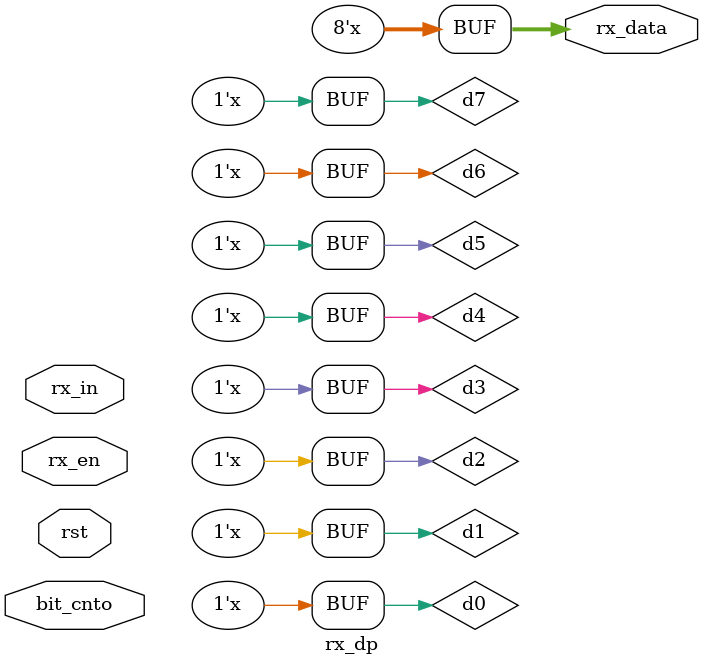
<source format=v>
module rx_dp
(
	input wire			rst,
	input wire			rx_en,
	input wire			rx_in,
	input wire [9:0]  bit_cnto,
	
	output reg	[7:0] rx_data
);

reg d0;
reg d1;
reg d2;
reg d3;
reg d4;
reg d5;
reg d6;
reg d7;

always @ *
begin

	casex ({rst, rx_en, bit_cnto})
	
	{1'b0, 1'bx, 10'dx, 1'bx}: {rx_data, d0, d1, d2, d3, d4, d5, d6, d7} = {8'dx, 1'dx, 1'dx, 1'dx, 1'dx, 1'dx, 1'dx, 1'dx, 1'dx};
	
	{1'b1, 1'b0, 10'dx}: {d0, d1, d2, d3, d4, d5, d6, d7} = {1'dx, 1'dx, 1'dx, 1'dx, 1'dx, 1'dx, 1'dx, 1'dx};
	
	{1'b1, 1'b1, 10'd0}: {rx_data, d0, d1, d2, d3, d4, d5, d6, d7} = {8'dx, 1'dx, 1'dx, 1'dx, 1'dx, 1'dx, 1'dx, 1'dx, 1'dx};
	
	{1'b1, 1'b1, 10'd1}: d0 <= rx_in;
	{1'b1, 1'b1, 10'd2}: d1 <= rx_in;
	{1'b1, 1'b1, 10'd3}: d2 <= rx_in;
	{1'b1, 1'b1, 10'd4}: d3 <= rx_in;
	{1'b1, 1'b1, 10'd5}: d4 <= rx_in;
	{1'b1, 1'b1, 10'd6}: d5 <= rx_in;
	{1'b1, 1'b1, 10'd7}: d6 <= rx_in;
	{1'b1, 1'b1, 10'd8}: d7 <= rx_in;
	{1'b1, 1'b1, 10'd9}: rx_data <= {d7, d6, d5, d4, d3, d2, d1, d0};
	
	endcase
	
end

endmodule

</source>
